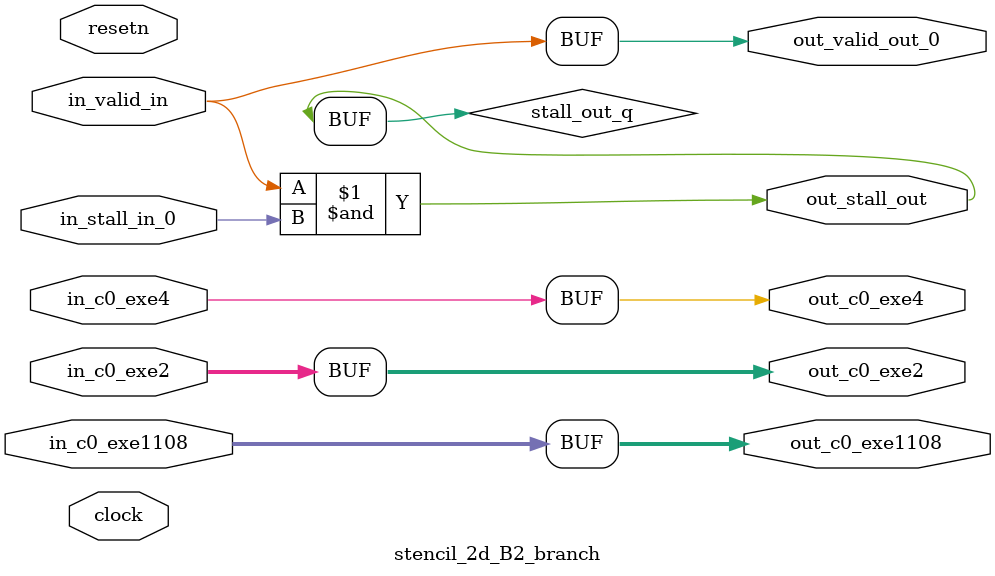
<source format=sv>



(* altera_attribute = "-name AUTO_SHIFT_REGISTER_RECOGNITION OFF; -name MESSAGE_DISABLE 10036; -name MESSAGE_DISABLE 10037; -name MESSAGE_DISABLE 14130; -name MESSAGE_DISABLE 14320; -name MESSAGE_DISABLE 15400; -name MESSAGE_DISABLE 14130; -name MESSAGE_DISABLE 10036; -name MESSAGE_DISABLE 12020; -name MESSAGE_DISABLE 12030; -name MESSAGE_DISABLE 12010; -name MESSAGE_DISABLE 12110; -name MESSAGE_DISABLE 14320; -name MESSAGE_DISABLE 13410; -name MESSAGE_DISABLE 113007; -name MESSAGE_DISABLE 10958" *)
module stencil_2d_B2_branch (
    input wire [31:0] in_c0_exe1108,
    input wire [31:0] in_c0_exe2,
    input wire [0:0] in_c0_exe4,
    input wire [0:0] in_stall_in_0,
    input wire [0:0] in_valid_in,
    output wire [31:0] out_c0_exe1108,
    output wire [31:0] out_c0_exe2,
    output wire [0:0] out_c0_exe4,
    output wire [0:0] out_stall_out,
    output wire [0:0] out_valid_out_0,
    input wire clock,
    input wire resetn
    );

    wire [0:0] stall_out_q;
    reg [0:0] rst_sync_rst_sclrn;


    // out_c0_exe1108(GPOUT,7)
    assign out_c0_exe1108 = in_c0_exe1108;

    // out_c0_exe2(GPOUT,8)
    assign out_c0_exe2 = in_c0_exe2;

    // out_c0_exe4(GPOUT,9)
    assign out_c0_exe4 = in_c0_exe4;

    // stall_out(LOGICAL,12)
    assign stall_out_q = in_valid_in & in_stall_in_0;

    // out_stall_out(GPOUT,10)
    assign out_stall_out = stall_out_q;

    // out_valid_out_0(GPOUT,11)
    assign out_valid_out_0 = in_valid_in;

    // rst_sync(RESETSYNC,13)
    acl_reset_handler #(
        .ASYNC_RESET(0),
        .USE_SYNCHRONIZER(1),
        .PULSE_EXTENSION(0),
        .PIPE_DEPTH(3),
        .DUPLICATE(1)
    ) therst_sync (
        .clk(clock),
        .i_resetn(resetn),
        .o_sclrn(rst_sync_rst_sclrn)
    );

endmodule

</source>
